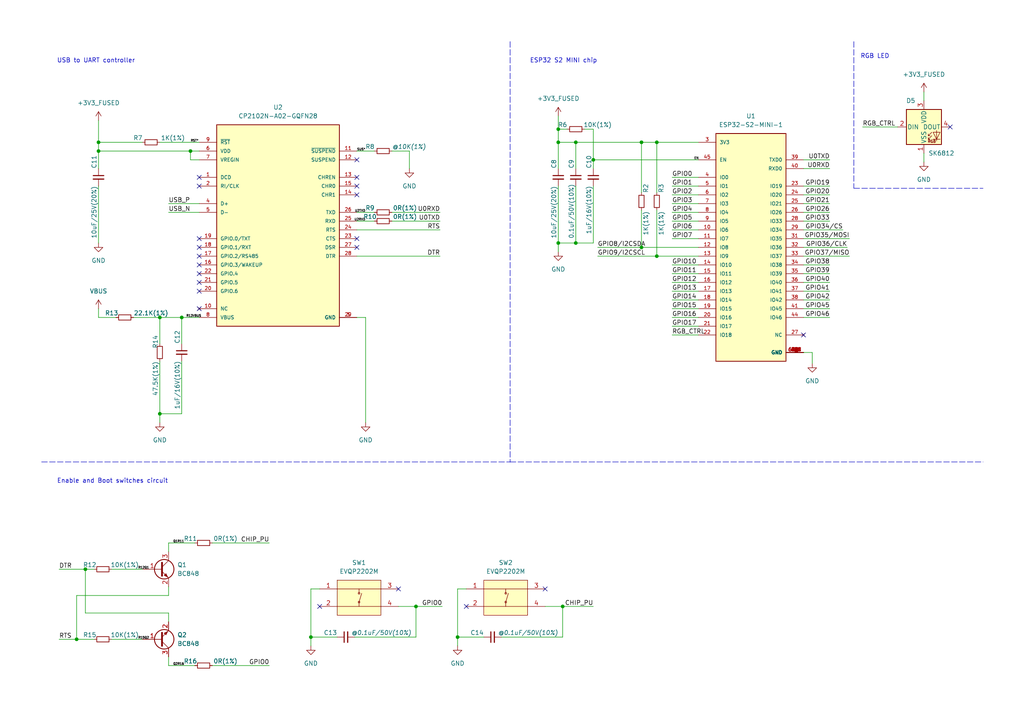
<source format=kicad_sch>
(kicad_sch (version 20211123) (generator eeschema)
  (paper "A4")
  (title_block (date "2024-01-29") (rev "0.1"))
  (lib_symbols
    (symbol "CP2102N-A02-GQFN28:CP2102N-A02-GQFN28" (pin_names (offset 1.016))
      (property "Reference" "U" (at -17.78 33.02 0))
      (property "Value" "CP2102N-A02-GQFN28" (at -17.78 -33.02 0))
      (symbol "CP2102N-A02-GQFN28_0_0"
        (rectangle (start -17.78 -27.94) (end 17.78 30.48) (stroke (width 0.254)) (fill (type background)))
        (pin input line (at -22.86 15.24 0) (length 5.08) (name "DCD") (number "1"))
        (pin no_connect line (at -22.86 -22.86 0) (length 5.08) (name "NC") (number "10"))
        (pin output line (at 22.86 22.86 180) (length 5.08) (name "~{SUSPEND}") (number "11"))
        (pin output line (at 22.86 20.32 180) (length 5.08) (name "SUSPEND") (number "12"))
        (pin output line (at 22.86 15.24 180) (length 5.08) (name "CHREN") (number "13"))
        (pin output line (at 22.86 10.16 180) (length 5.08) (name "CHR1") (number "14"))
        (pin output line (at 22.86 12.7 180) (length 5.08) (name "CHR0") (number "15"))
        (pin bidirectional line (at -22.86 -10.16 0) (length 5.08) (name "GPIO.3/WAKEUP") (number "16"))
        (pin bidirectional line (at -22.86 -7.62 0) (length 5.08) (name "GPIO.2/RS485") (number "17"))
        (pin bidirectional line (at -22.86 -5.08 0) (length 5.08) (name "GPIO.1/RXT") (number "18"))
        (pin bidirectional line (at -22.86 -2.54 0) (length 5.08) (name "GPIO.0/TXT") (number "19"))
        (pin bidirectional line (at -22.86 12.7 0) (length 5.08) (name "RI/CLK") (number "2"))
        (pin bidirectional line (at -22.86 -17.78 0) (length 5.08) (name "GPIO.6") (number "20"))
        (pin bidirectional line (at -22.86 -15.24 0) (length 5.08) (name "GPIO.5") (number "21"))
        (pin bidirectional line (at -22.86 -12.7 0) (length 5.08) (name "GPIO.4") (number "22"))
        (pin input line (at 22.86 -2.54 180) (length 5.08) (name "CTS") (number "23"))
        (pin output line (at 22.86 0 180) (length 5.08) (name "RTS") (number "24"))
        (pin input line (at 22.86 2.54 180) (length 5.08) (name "RXD") (number "25"))
        (pin output line (at 22.86 5.08 180) (length 5.08) (name "TXD") (number "26"))
        (pin input line (at 22.86 -5.08 180) (length 5.08) (name "DSR") (number "27"))
        (pin output line (at 22.86 -7.62 180) (length 5.08) (name "DTR") (number "28"))
        (pin power_in line (at 22.86 -25.4 180) (length 5.08) (name "GND") (number "29"))
        (pin power_in line (at 22.86 -25.4 180) (length 5.08) (name "GND") (number "3"))
        (pin bidirectional line (at -22.86 7.62 0) (length 5.08) (name "D+") (number "4"))
        (pin bidirectional line (at -22.86 5.08 0) (length 5.08) (name "D-") (number "5"))
        (pin power_in line (at -22.86 22.86 0) (length 5.08) (name "VDD") (number "6"))
        (pin input line (at -22.86 20.32 0) (length 5.08) (name "VREGIN") (number "7"))
        (pin input line (at -22.86 -25.4 0) (length 5.08) (name "VBUS") (number "8"))
        (pin input line (at -22.86 25.4 0) (length 5.08) (name "~{RST}") (number "9"))
      )
    )
    (symbol "Device:C_Small" (pin_numbers hide) (pin_names (offset 0.254) hide)
      (property "Reference" "C" (at 0.254 1.778 0))
      (property "Value" "C_Small" (at 0.254 -2.032 0))
      (symbol "C_Small_0_1"
        (polyline (pts (xy -1.524 -0.508) (xy 1.524 -0.508)) (stroke (width 0.3302)))
        (polyline (pts (xy -1.524 0.508) (xy 1.524 0.508)) (stroke (width 0.3048)))
      )
      (symbol "C_Small_1_1"
        (pin passive line (at 0 2.54 270) (length 2.032) (name "~") (number "1"))
        (pin passive line (at 0 -2.54 90) (length 2.032) (name "~") (number "2"))
      )
    )
    (symbol "Device:R_Small" (pin_numbers hide) (pin_names (offset 0.254) hide)
      (property "Reference" "R" (at 0.762 0.508 0))
      (property "Value" "R_Small" (at 0.762 -1.016 0))
      (symbol "R_Small_0_1"
        (rectangle (start -0.762 1.778) (end 0.762 -1.778) (stroke (width 0.2032)))
      )
      (symbol "R_Small_1_1"
        (pin passive line (at 0 2.54 270) (length 0.762) (name "~") (number "1"))
        (pin passive line (at 0 -2.54 90) (length 0.762) (name "~") (number "2"))
      )
    )
    (symbol "ESP32-S2-MINI-1:ESP32-S2-MINI-1" (pin_names (offset 1.016))
      (property "Reference" "U" (at -10.16 33.909 0))
      (property "Value" "ESP32-S2-MINI-1" (at -10.16 -35.56 0))
      (symbol "ESP32-S2-MINI-1_0_0"
        (rectangle (start -10.16 -33.02) (end 10.16 33.02) (stroke (width 0.254)) (fill (type background)))
        (pin power_in line (at 15.24 -30.48 180) (length 5.08) (name "GND") (number "1"))
        (pin bidirectional line (at -15.24 5.08 0) (length 5.08) (name "IO6") (number "10"))
        (pin bidirectional line (at -15.24 2.54 0) (length 5.08) (name "IO7") (number "11"))
        (pin bidirectional line (at -15.24 0 0) (length 5.08) (name "IO8") (number "12"))
        (pin bidirectional line (at -15.24 -2.54 0) (length 5.08) (name "IO9") (number "13"))
        (pin bidirectional line (at -15.24 -5.08 0) (length 5.08) (name "IO10") (number "14"))
        (pin bidirectional line (at -15.24 -7.62 0) (length 5.08) (name "IO11") (number "15"))
        (pin bidirectional line (at -15.24 -10.16 0) (length 5.08) (name "IO12") (number "16"))
        (pin bidirectional line (at -15.24 -12.7 0) (length 5.08) (name "IO13") (number "17"))
        (pin bidirectional line (at -15.24 -15.24 0) (length 5.08) (name "IO14") (number "18"))
        (pin bidirectional line (at -15.24 -17.78 0) (length 5.08) (name "IO15") (number "19"))
        (pin power_in line (at 15.24 -30.48 180) (length 5.08) (name "GND") (number "2"))
        (pin bidirectional line (at -15.24 -20.32 0) (length 5.08) (name "IO16") (number "20"))
        (pin bidirectional line (at -15.24 -22.86 0) (length 5.08) (name "IO17") (number "21"))
        (pin bidirectional line (at -15.24 -25.4 0) (length 5.08) (name "IO18") (number "22"))
        (pin bidirectional line (at 15.24 17.78 180) (length 5.08) (name "IO19") (number "23"))
        (pin bidirectional line (at 15.24 15.24 180) (length 5.08) (name "IO20") (number "24"))
        (pin bidirectional line (at 15.24 12.7 180) (length 5.08) (name "IO21") (number "25"))
        (pin bidirectional line (at 15.24 10.16 180) (length 5.08) (name "IO26") (number "26"))
        (pin no_connect line (at 15.24 -25.4 180) (length 5.08) (name "NC") (number "27"))
        (pin bidirectional line (at 15.24 7.62 180) (length 5.08) (name "IO33") (number "28"))
        (pin bidirectional line (at 15.24 5.08 180) (length 5.08) (name "IO34") (number "29"))
        (pin power_in line (at -15.24 30.48 0) (length 5.08) (name "3V3") (number "3"))
        (pin power_in line (at 15.24 -30.48 180) (length 5.08) (name "GND") (number "30"))
        (pin bidirectional line (at 15.24 2.54 180) (length 5.08) (name "IO35") (number "31"))
        (pin bidirectional line (at 15.24 0 180) (length 5.08) (name "IO36") (number "32"))
        (pin bidirectional line (at 15.24 -2.54 180) (length 5.08) (name "IO37") (number "33"))
        (pin bidirectional line (at 15.24 -5.08 180) (length 5.08) (name "IO38") (number "34"))
        (pin bidirectional line (at 15.24 -7.62 180) (length 5.08) (name "IO39") (number "35"))
        (pin bidirectional line (at 15.24 -10.16 180) (length 5.08) (name "IO40") (number "36"))
        (pin bidirectional line (at 15.24 -12.7 180) (length 5.08) (name "IO41") (number "37"))
        (pin bidirectional line (at 15.24 -15.24 180) (length 5.08) (name "IO42") (number "38"))
        (pin bidirectional line (at 15.24 25.4 180) (length 5.08) (name "TXD0") (number "39"))
        (pin bidirectional line (at -15.24 20.32 0) (length 5.08) (name "IO0") (number "4"))
        (pin bidirectional line (at 15.24 22.86 180) (length 5.08) (name "RXD0") (number "40"))
        (pin bidirectional line (at 15.24 -17.78 180) (length 5.08) (name "IO45") (number "41"))
        (pin power_in line (at 15.24 -30.48 180) (length 5.08) (name "GND") (number "42"))
        (pin power_in line (at 15.24 -30.48 180) (length 5.08) (name "GND") (number "43"))
        (pin input line (at 15.24 -20.32 180) (length 5.08) (name "IO46") (number "44"))
        (pin input line (at -15.24 25.4 0) (length 5.08) (name "EN") (number "45"))
        (pin power_in line (at 15.24 -30.48 180) (length 5.08) (name "GND") (number "46"))
        (pin power_in line (at 15.24 -30.48 180) (length 5.08) (name "GND") (number "47"))
        (pin power_in line (at 15.24 -30.48 180) (length 5.08) (name "GND") (number "48"))
        (pin power_in line (at 15.24 -30.48 180) (length 5.08) (name "GND") (number "49"))
        (pin bidirectional line (at -15.24 17.78 0) (length 5.08) (name "IO1") (number "5"))
        (pin power_in line (at 15.24 -30.48 180) (length 5.08) (name "GND") (number "50"))
        (pin power_in line (at 15.24 -30.48 180) (length 5.08) (name "GND") (number "51"))
        (pin power_in line (at 15.24 -30.48 180) (length 5.08) (name "GND") (number "52"))
        (pin power_in line (at 15.24 -30.48 180) (length 5.08) (name "GND") (number "53"))
        (pin power_in line (at 15.24 -30.48 180) (length 5.08) (name "GND") (number "54"))
        (pin power_in line (at 15.24 -30.48 180) (length 5.08) (name "GND") (number "55"))
        (pin power_in line (at 15.24 -30.48 180) (length 5.08) (name "GND") (number "56"))
        (pin power_in line (at 15.24 -30.48 180) (length 5.08) (name "GND") (number "57"))
        (pin power_in line (at 15.24 -30.48 180) (length 5.08) (name "GND") (number "58"))
        (pin power_in line (at 15.24 -30.48 180) (length 5.08) (name "GND") (number "59"))
        (pin bidirectional line (at -15.24 15.24 0) (length 5.08) (name "IO2") (number "6"))
        (pin power_in line (at 15.24 -30.48 180) (length 5.08) (name "GND") (number "60"))
        (pin power_in line (at 15.24 -30.48 180) (length 5.08) (name "GND") (number "61"))
        (pin power_in line (at 15.24 -30.48 180) (length 5.08) (name "GND") (number "61_1"))
        (pin power_in line (at 15.24 -30.48 180) (length 5.08) (name "GND") (number "61_2"))
        (pin power_in line (at 15.24 -30.48 180) (length 5.08) (name "GND") (number "61_3"))
        (pin power_in line (at 15.24 -30.48 180) (length 5.08) (name "GND") (number "61_4"))
        (pin power_in line (at 15.24 -30.48 180) (length 5.08) (name "GND") (number "61_5"))
        (pin power_in line (at 15.24 -30.48 180) (length 5.08) (name "GND") (number "61_6"))
        (pin power_in line (at 15.24 -30.48 180) (length 5.08) (name "GND") (number "61_7"))
        (pin power_in line (at 15.24 -30.48 180) (length 5.08) (name "GND") (number "61_8"))
        (pin power_in line (at 15.24 -30.48 180) (length 5.08) (name "GND") (number "62"))
        (pin power_in line (at 15.24 -30.48 180) (length 5.08) (name "GND") (number "63"))
        (pin power_in line (at 15.24 -30.48 180) (length 5.08) (name "GND") (number "64"))
        (pin power_in line (at 15.24 -30.48 180) (length 5.08) (name "GND") (number "65"))
        (pin bidirectional line (at -15.24 12.7 0) (length 5.08) (name "IO3") (number "7"))
        (pin bidirectional line (at -15.24 10.16 0) (length 5.08) (name "IO4") (number "8"))
        (pin bidirectional line (at -15.24 7.62 0) (length 5.08) (name "IO5") (number "9"))
      )
    )
    (symbol "EVQP2202M_1"
      (property "Reference" "SW" (at 5.334 7.112 0))
      (property "Value" "EVQP2202M_1" (at 5.334 5.334 0))
      (symbol "EVQP2202M_1_0_1"
        (polyline (pts (xy 0 -5.08) (xy 12.7 -5.08)))
        (polyline (pts (xy 0 0) (xy 12.7 0)))
        (polyline (pts (xy 6.35 -5.08) (xy 6.35 -3.81)))
        (polyline (pts (xy 6.35 -3.81) (xy 7.112 -1.27)))
        (polyline (pts (xy 6.35 0) (xy 6.35 -1.27)))
        (rectangle (start 0 2.54) (end 12.7 -7.62) (fill (type background)))
        (circle (center 6.35 -3.81) (radius 0.254))
        (circle (center 6.35 -1.27) (radius 0.254))
      )
      (symbol "EVQP2202M_1_1_1"
        (pin bidirectional line (at -5.08 0 0) (length 5.08) (name "") (number "1"))
        (pin bidirectional line (at -5.08 -5.08 0) (length 5.08) (name "") (number "2"))
        (pin bidirectional line (at 17.78 0 180) (length 5.08) (name "") (number "3"))
        (pin bidirectional line (at 17.78 -5.08 180) (length 5.08) (name "") (number "4"))
      )
    )
    (symbol "LED:SK6812" (pin_names (offset 0.254))
      (property "Reference" "D" (at 5.08 5.715 0))
      (property "Value" "SK6812" (at 1.27 -5.715 0))
      (symbol "SK6812_0_0"
        (text "RGB" (at 2.286 -4.191 0) (effects (font (size 0.762 0.762))))
      )
      (symbol "SK6812_0_1"
        (polyline (pts (xy 1.27 -3.556) (xy 1.778 -3.556)))
        (polyline (pts (xy 1.27 -2.54) (xy 1.778 -2.54)))
        (polyline (pts (xy 4.699 -3.556) (xy 2.667 -3.556)))
        (polyline (pts (xy 2.286 -2.54) (xy 1.27 -3.556) (xy 1.27 -3.048)))
        (polyline (pts (xy 2.286 -1.524) (xy 1.27 -2.54) (xy 1.27 -2.032)))
        (polyline (pts (xy 3.683 -1.016) (xy 3.683 -3.556) (xy 3.683 -4.064)))
        (polyline (pts (xy 4.699 -1.524) (xy 2.667 -1.524) (xy 3.683 -3.556) (xy 4.699 -1.524)))
        (rectangle (start 5.08 5.08) (end -5.08 -5.08) (stroke (width 0.254)) (fill (type background)))
      )
      (symbol "SK6812_1_1"
        (pin power_in line (at 0 -7.62 90) (length 2.54) (name "VSS") (number "1"))
        (pin input line (at -7.62 0 0) (length 2.54) (name "DIN") (number "2"))
        (pin power_in line (at 0 7.62 270) (length 2.54) (name "VDD") (number "3"))
        (pin output line (at 7.62 0 180) (length 2.54) (name "DOUT") (number "4"))
      )
    )
    (symbol "POWER:+3V3_FUSED" (power) (in_bom no) (on_board no)
      (property "Value" "+3V3_FUSED" (at 0 5.08 0))
      (symbol "+3V3_FUSED_0_1"
        (polyline (pts (xy -0.762 1.27) (xy 0 2.54)))
        (polyline (pts (xy 0 0) (xy 0 2.54)))
        (polyline (pts (xy 0 2.54) (xy 0.762 1.27)))
      )
      (symbol "+3V3_FUSED_1_1"
        (pin power_in line (at 0 0 90) (length 0) hide (name "+3V3_FUSED") (number "1"))
      )
    )
    (symbol "TACT_EVQP2202M:EVQP2202M"
      (property "Reference" "SW" (at 5.334 7.112 0))
      (property "Value" "EVQP2202M" (at 5.334 5.334 0))
      (symbol "EVQP2202M_0_1"
        (polyline (pts (xy 0 -5.08) (xy 12.7 -5.08)))
        (polyline (pts (xy 0 0) (xy 12.7 0)))
        (polyline (pts (xy 6.35 -5.08) (xy 6.35 -3.81)))
        (polyline (pts (xy 6.35 -3.81) (xy 7.112 -1.27)))
        (polyline (pts (xy 6.35 0) (xy 6.35 -1.27)))
        (rectangle (start 0 2.54) (end 12.7 -7.62) (fill (type background)))
        (circle (center 6.35 -3.81) (radius 0.254))
        (circle (center 6.35 -1.27) (radius 0.254))
      )
      (symbol "EVQP2202M_1_1"
        (pin bidirectional line (at -5.08 0 0) (length 5.08) (name "") (number "1"))
        (pin bidirectional line (at -5.08 -5.08 0) (length 5.08) (name "") (number "2"))
        (pin bidirectional line (at 17.78 0 180) (length 5.08) (name "") (number "3"))
        (pin bidirectional line (at 17.78 -5.08 180) (length 5.08) (name "") (number "4"))
      )
    )
    (symbol "Transistor_BJT:BC848" (pin_names (offset 0) hide)
      (property "Reference" "Q" (at 5.08 1.905 0))
      (property "Value" "BC848" (at 5.08 0 0))
      (symbol "BC848_0_1"
        (polyline (pts (xy 0.635 0.635) (xy 2.54 2.54)))
        (polyline (pts (xy 0.635 -0.635) (xy 2.54 -2.54) (xy 2.54 -2.54)))
        (polyline (pts (xy 0.635 1.905) (xy 0.635 -1.905) (xy 0.635 -1.905)) (stroke (width 0.508)))
        (polyline (pts (xy 1.27 -1.778) (xy 1.778 -1.27) (xy 2.286 -2.286) (xy 1.27 -1.778) (xy 1.27 -1.778)) (fill (type outline)))
        (circle (center 1.27 0) (radius 2.8194) (stroke (width 0.254)))
      )
      (symbol "BC848_1_1"
        (pin input line (at -5.08 0 0) (length 5.715) (name "B") (number "1"))
        (pin passive line (at 2.54 -5.08 90) (length 2.54) (name "E") (number "2"))
        (pin passive line (at 2.54 5.08 270) (length 2.54) (name "C") (number "3"))
      )
    )
    (symbol "power:GND" (power) (pin_names (offset 0))
      (property "Value" "GND" (at 0 -3.81 0))
      (symbol "GND_0_1"
        (polyline (pts (xy 0 0) (xy 0 -1.27) (xy 1.27 -1.27) (xy 0 -2.54) (xy -1.27 -1.27) (xy 0 -1.27)))
      )
      (symbol "GND_1_1"
        (pin power_in line (at 0 0 270) (length 0) hide (name "GND") (number "1"))
      )
    )
    (symbol "power:VBUS" (power) (pin_names (offset 0))
      (property "Value" "VBUS" (at 0 3.81 0))
      (symbol "VBUS_0_1"
        (polyline (pts (xy -0.762 1.27) (xy 0 2.54)))
        (polyline (pts (xy 0 0) (xy 0 2.54)))
        (polyline (pts (xy 0 2.54) (xy 0.762 1.27)))
      )
      (symbol "VBUS_1_1"
        (pin power_in line (at 0 0 90) (length 0) hide (name "VBUS") (number "1"))
      )
    )
  )
  (junction (at 52.705 92.075))
  (junction (at 161.925 37.465))
  (junction (at 186.055 71.755))
  (junction (at 167.005 41.275))
  (junction (at 163.195 175.895))
  (junction (at 28.575 43.815))
  (junction (at 190.5 74.295))
  (junction (at 55.245 43.815))
  (junction (at 24.765 165.1))
  (junction (at 28.575 41.275))
  (junction (at 167.005 70.485))
  (junction (at 46.355 92.075))
  (junction (at 90.17 184.785))
  (junction (at 161.925 70.485))
  (junction (at 172.085 46.355))
  (junction (at 46.355 120.015))
  (junction (at 132.715 184.785))
  (junction (at 120.65 175.895))
  (junction (at 22.225 185.42))
  (junction (at 161.925 41.275))
  (junction (at 186.055 41.275))
  (junction (at 190.5 41.275))
  (no_connect (at 57.785 71.755))
  (no_connect (at 158.115 170.815))
  (no_connect (at 103.505 56.515))
  (no_connect (at 57.785 51.435))
  (no_connect (at 57.785 89.535))
  (no_connect (at 57.785 76.835))
  (no_connect (at 103.505 51.435))
  (no_connect (at 92.71 175.895))
  (no_connect (at 103.505 69.215))
  (no_connect (at 57.785 84.455))
  (no_connect (at 115.57 170.815))
  (no_connect (at 103.505 53.975))
  (no_connect (at 275.59 36.83))
  (no_connect (at 57.785 53.975))
  (no_connect (at 57.785 69.215))
  (no_connect (at 57.785 79.375))
  (no_connect (at 103.505 46.355))
  (no_connect (at 57.785 74.295))
  (no_connect (at 135.255 175.895))
  (no_connect (at 233.045 97.155))
  (no_connect (at 103.505 71.755))
  (no_connect (at 57.785 81.915))
  (wire (pts (xy 118.745 43.815) (xy 118.745 48.895)))
  (wire (pts (xy 172.085 70.485) (xy 167.005 70.485)))
  (wire (pts (xy 172.085 53.975) (xy 172.085 70.485)))
  (wire (pts (xy 32.385 165.1) (xy 41.275 165.1)))
  (wire (pts (xy 233.045 79.375) (xy 240.665 79.375)))
  (wire (pts (xy 233.045 53.975) (xy 240.665 53.975)))
  (wire (pts (xy 46.355 41.275) (xy 57.785 41.275)))
  (wire (pts (xy 48.895 177.8) (xy 24.765 177.8)))
  (wire (pts (xy 233.045 69.215) (xy 246.38 69.215)))
  (wire (pts (xy 233.045 46.355) (xy 240.665 46.355)))
  (wire (pts (xy 190.5 74.295) (xy 202.565 74.295)))
  (wire (pts (xy 48.895 170.18) (xy 48.895 172.72)))
  (wire (pts (xy 233.045 48.895) (xy 240.665 48.895)))
  (wire (pts (xy 115.57 175.895) (xy 120.65 175.895)))
  (wire (pts (xy 48.895 190.5) (xy 48.895 193.04)))
  (wire (pts (xy 233.045 71.755) (xy 245.745 71.755)))
  (wire (pts (xy 194.945 76.835) (xy 202.565 76.835)))
  (wire (pts (xy 102.87 184.785) (xy 120.65 184.785)))
  (wire (pts (xy 48.895 160.02) (xy 48.895 157.48)))
  (wire (pts (xy 194.945 92.075) (xy 202.565 92.075)))
  (wire (pts (xy 267.97 26.67) (xy 267.97 29.21)))
  (wire (pts (xy 108.585 43.815) (xy 103.505 43.815)))
  (wire (pts (xy 194.945 89.535) (xy 202.565 89.535)))
  (wire (pts (xy 103.505 74.295) (xy 127.635 74.295)))
  (wire (pts (xy 92.71 170.815) (xy 90.17 170.815)))
  (wire (pts (xy 90.17 184.785) (xy 97.79 184.785)))
  (wire (pts (xy 190.5 41.275) (xy 190.5 55.88)))
  (wire (pts (xy 161.925 37.465) (xy 161.925 33.655)))
  (wire (pts (xy 233.045 84.455) (xy 240.665 84.455)))
  (wire (pts (xy 48.895 193.04) (xy 56.515 193.04)))
  (wire (pts (xy 186.055 41.275) (xy 190.5 41.275)))
  (wire (pts (xy 132.715 170.815) (xy 135.255 170.815)))
  (wire (pts (xy 194.945 81.915) (xy 202.565 81.915)))
  (wire (pts (xy 233.045 76.835) (xy 240.665 76.835)))
  (wire (pts (xy 46.355 99.695) (xy 46.355 92.075)))
  (wire (pts (xy 190.5 60.96) (xy 190.5 74.295)))
  (wire (pts (xy 158.115 175.895) (xy 163.195 175.895)))
  (wire (pts (xy 22.225 172.72) (xy 22.225 185.42)))
  (wire (pts (xy 17.145 165.1) (xy 24.765 165.1)))
  (wire (pts (xy 194.945 84.455) (xy 202.565 84.455)))
  (wire (pts (xy 57.785 43.815) (xy 55.245 43.815)))
  (wire (pts (xy 233.045 56.515) (xy 240.665 56.515)))
  (wire (pts (xy 233.045 92.075) (xy 240.665 92.075)))
  (wire (pts (xy 55.245 43.815) (xy 55.245 46.355)))
  (wire (pts (xy 194.945 86.995) (xy 202.565 86.995)))
  (wire (pts (xy 194.945 66.675) (xy 202.565 66.675)))
  (wire (pts (xy 52.705 120.015) (xy 46.355 120.015)))
  (wire (pts (xy 106.045 92.075) (xy 103.505 92.075)))
  (wire (pts (xy 167.005 41.275) (xy 161.925 41.275)))
  (polyline (pts (xy 12.065 133.985) (xy 147.955 133.985)))
  (wire (pts (xy 48.895 180.34) (xy 48.895 177.8)))
  (wire (pts (xy 194.945 51.435) (xy 202.565 51.435)))
  (wire (pts (xy 22.225 185.42) (xy 27.305 185.42)))
  (wire (pts (xy 194.945 59.055) (xy 202.565 59.055)))
  (wire (pts (xy 233.045 86.995) (xy 240.665 86.995)))
  (wire (pts (xy 167.005 41.275) (xy 167.005 48.895)))
  (wire (pts (xy 233.045 59.055) (xy 240.665 59.055)))
  (wire (pts (xy 46.355 120.015) (xy 46.355 122.555)))
  (wire (pts (xy 103.505 66.675) (xy 127.635 66.675)))
  (wire (pts (xy 33.655 92.075) (xy 28.575 92.075)))
  (wire (pts (xy 194.945 53.975) (xy 202.565 53.975)))
  (wire (pts (xy 161.925 70.485) (xy 161.925 73.025)))
  (wire (pts (xy 52.705 92.075) (xy 57.785 92.075)))
  (wire (pts (xy 250.19 36.83) (xy 260.35 36.83)))
  (wire (pts (xy 161.925 41.275) (xy 161.925 48.895)))
  (wire (pts (xy 28.575 41.275) (xy 41.275 41.275)))
  (wire (pts (xy 48.895 157.48) (xy 56.515 157.48)))
  (wire (pts (xy 172.085 46.355) (xy 202.565 46.355)))
  (wire (pts (xy 167.005 53.975) (xy 167.005 70.485)))
  (wire (pts (xy 132.715 170.815) (xy 132.715 184.785)))
  (wire (pts (xy 103.505 61.595) (xy 108.585 61.595)))
  (wire (pts (xy 28.575 70.485) (xy 28.575 53.975)))
  (wire (pts (xy 113.665 64.135) (xy 127.635 64.135)))
  (wire (pts (xy 57.785 46.355) (xy 55.245 46.355)))
  (wire (pts (xy 132.715 184.785) (xy 140.335 184.785)))
  (wire (pts (xy 28.575 43.815) (xy 28.575 48.895)))
  (wire (pts (xy 233.045 89.535) (xy 240.665 89.535)))
  (polyline (pts (xy 247.65 12.065) (xy 247.65 54.61)))
  (wire (pts (xy 161.925 53.975) (xy 161.925 70.485)))
  (wire (pts (xy 233.045 102.235) (xy 235.585 102.235)))
  (wire (pts (xy 186.055 71.755) (xy 202.565 71.755)))
  (wire (pts (xy 163.195 175.895) (xy 172.085 175.895)))
  (wire (pts (xy 113.665 61.595) (xy 127.635 61.595)))
  (wire (pts (xy 235.585 102.235) (xy 235.585 105.41)))
  (wire (pts (xy 194.945 79.375) (xy 202.565 79.375)))
  (wire (pts (xy 233.045 61.595) (xy 240.665 61.595)))
  (wire (pts (xy 172.085 37.465) (xy 172.085 46.355)))
  (wire (pts (xy 161.925 41.275) (xy 161.925 37.465)))
  (wire (pts (xy 24.765 165.1) (xy 24.765 177.8)))
  (wire (pts (xy 28.575 43.815) (xy 55.245 43.815)))
  (wire (pts (xy 163.195 184.785) (xy 163.195 175.895)))
  (wire (pts (xy 32.385 185.42) (xy 41.275 185.42)))
  (wire (pts (xy 120.65 175.895) (xy 128.27 175.895)))
  (wire (pts (xy 48.895 172.72) (xy 22.225 172.72)))
  (wire (pts (xy 194.945 94.615) (xy 202.565 94.615)))
  (wire (pts (xy 28.575 41.275) (xy 28.575 43.815)))
  (wire (pts (xy 52.705 104.775) (xy 52.705 120.015)))
  (wire (pts (xy 233.045 66.675) (xy 244.475 66.675)))
  (wire (pts (xy 173.355 74.295) (xy 190.5 74.295)))
  (wire (pts (xy 267.97 46.99) (xy 267.97 44.45)))
  (wire (pts (xy 173.355 71.755) (xy 186.055 71.755)))
  (wire (pts (xy 46.355 92.075) (xy 52.705 92.075)))
  (wire (pts (xy 145.415 184.785) (xy 163.195 184.785)))
  (wire (pts (xy 233.045 74.295) (xy 246.38 74.295)))
  (wire (pts (xy 161.925 70.485) (xy 167.005 70.485)))
  (wire (pts (xy 17.145 185.42) (xy 22.225 185.42)))
  (wire (pts (xy 194.945 64.135) (xy 202.565 64.135)))
  (wire (pts (xy 48.895 61.595) (xy 57.785 61.595)))
  (wire (pts (xy 194.945 97.155) (xy 202.565 97.155)))
  (wire (pts (xy 186.055 60.96) (xy 186.055 71.755)))
  (wire (pts (xy 106.045 122.555) (xy 106.045 92.075)))
  (wire (pts (xy 48.895 59.055) (xy 57.785 59.055)))
  (wire (pts (xy 52.705 92.075) (xy 52.705 99.695)))
  (wire (pts (xy 190.5 41.275) (xy 202.565 41.275)))
  (polyline (pts (xy 147.955 12.065) (xy 147.955 133.985)))
  (wire (pts (xy 132.715 184.785) (xy 132.715 187.325)))
  (wire (pts (xy 61.595 157.48) (xy 78.105 157.48)))
  (wire (pts (xy 194.945 56.515) (xy 202.565 56.515)))
  (wire (pts (xy 169.545 37.465) (xy 172.085 37.465)))
  (wire (pts (xy 103.505 64.135) (xy 108.585 64.135)))
  (wire (pts (xy 113.665 43.815) (xy 118.745 43.815)))
  (wire (pts (xy 38.735 92.075) (xy 46.355 92.075)))
  (polyline (pts (xy 247.65 54.61) (xy 285.115 54.61)))
  (wire (pts (xy 90.17 184.785) (xy 90.17 187.325)))
  (wire (pts (xy 194.945 61.595) (xy 202.565 61.595)))
  (wire (pts (xy 24.765 165.1) (xy 27.305 165.1)))
  (wire (pts (xy 186.055 41.275) (xy 186.055 55.88)))
  (wire (pts (xy 161.925 37.465) (xy 164.465 37.465)))
  (wire (pts (xy 90.17 170.815) (xy 90.17 184.785)))
  (wire (pts (xy 61.595 193.04) (xy 78.105 193.04)))
  (wire (pts (xy 233.045 81.915) (xy 240.665 81.915)))
  (polyline (pts (xy 147.955 133.985) (xy 285.115 133.985)))
  (wire (pts (xy 233.045 64.135) (xy 240.665 64.135)))
  (wire (pts (xy 172.085 46.355) (xy 172.085 48.895)))
  (wire (pts (xy 120.65 184.785) (xy 120.65 175.895)))
  (wire (pts (xy 28.575 92.075) (xy 28.575 89.535)))
  (wire (pts (xy 28.575 34.925) (xy 28.575 41.275)))
  (wire (pts (xy 46.355 104.775) (xy 46.355 120.015)))
  (wire (pts (xy 194.945 69.215) (xy 202.565 69.215)))
  (wire (pts (xy 167.005 41.275) (xy 186.055 41.275)))
  (text "Enable and Boot switches circuit" (at 16.51 140.335 0) (effects (font (size 1.27 1.27)) (justify left bottom)))
  (text "RGB LED" (at 249.555 17.145 0) (effects (font (size 1.27 1.27)) (justify left bottom)))
  (text "USB to UART controller" (at 16.51 18.415 0) (effects (font (size 1.27 1.27)) (justify left bottom)))
  (text "ESP32 S2 MINI chip" (at 153.67 18.415 0) (effects (font (size 1.27 1.27)) (justify left bottom)))
  (label "GPIO21" (at 240.665 59.055 180))
  (label "GPIO35{slash}MOSI" (at 246.38 69.215 180))
  (label "GPIO41" (at 240.665 84.455 180))
  (label "GPIO37{slash}MISO" (at 246.38 74.295 180))
  (label "GPIO5" (at 194.945 64.135 0))
  (label "EN" (at 201.295 46.355 0) (effects (font (size 0.63 0.63))))
  (label "GPIO39" (at 240.665 79.375 180))
  (label "GPIO17" (at 194.945 94.615 0))
  (label "GPIO13" (at 194.945 84.455 0))
  (label "GPIO2" (at 194.945 56.515 0))
  (label "USB_N" (at 48.895 61.595 0))
  (label "GPIO19" (at 240.665 53.975 180))
  (label "GPIO33" (at 240.665 64.135 180))
  (label "GPIO0" (at 194.945 51.435 0))
  (label "GPIO7" (at 194.945 69.215 0))
  (label "GPIO45" (at 240.665 89.535 180))
  (label "GPIO11" (at 194.945 79.375 0))
  (label "GPIO40" (at 240.665 81.915 180))
  (label "U0TXD" (at 240.665 46.355 180))
  (label "RGB_CTRL" (at 250.19 36.83 0))
  (label "Q1R11" (at 50.165 157.48 0) (effects (font (size 0.63 0.63))))
  (label "U0TXD" (at 127.635 64.135 180))
  (label "GPIO1" (at 194.945 53.975 0))
  (label "GPIO42" (at 240.665 86.995 180))
  (label "GPIO26" (at 240.665 61.595 180))
  (label "GPIO12" (at 194.945 81.915 0))
  (label "GPIO0" (at 128.27 175.895 180))
  (label "RTS" (at 127.635 66.675 180))
  (label "GPIO38" (at 240.665 76.835 180))
  (label "GPIO46" (at 240.665 92.075 180))
  (label "U0RXD" (at 127.635 61.595 180))
  (label "GPIO10" (at 194.945 76.835 0))
  (label "GPIO9{slash}I2CSCL" (at 173.355 74.295 0))
  (label "U2TXD" (at 106.045 61.595 180) (effects (font (size 0.63 0.63))))
  (label "RTS" (at 17.145 185.42 0))
  (label "RGB_CTRL" (at 194.945 97.155 0))
  (label "GPIO14" (at 194.945 86.995 0))
  (label "GPIO4" (at 194.945 61.595 0))
  (label "GPIO20" (at 240.665 56.515 180))
  (label "USB_P" (at 48.895 59.055 0))
  (label "SUS*" (at 106.045 43.815 180) (effects (font (size 0.63 0.63))))
  (label "GPIO15" (at 194.945 89.535 0))
  (label "U0RXD" (at 240.665 48.895 180))
  (label "GPIO8{slash}I2CSDA" (at 173.355 71.755 0))
  (label "U2RXD" (at 106.045 64.135 180) (effects (font (size 0.63 0.63))))
  (label "GPIO34{slash}CS" (at 244.475 66.675 180))
  (label "Q2R16" (at 50.165 193.04 0) (effects (font (size 0.63 0.63))))
  (label "CHIP_PU" (at 78.105 157.48 180))
  (label "GPIO0" (at 78.105 193.04 180))
  (label "GPIO6" (at 194.945 66.675 0))
  (label "DTR" (at 127.635 74.295 180))
  (label "R13VBUS" (at 53.975 92.075 0) (effects (font (size 0.63 0.63))))
  (label "GPIO36{slash}CLK" (at 245.745 71.755 180))
  (label "RST*" (at 55.245 41.275 0) (effects (font (size 0.63 0.63))))
  (label "GPIO3" (at 194.945 59.055 0))
  (label "GPIO16" (at 194.945 92.075 0))
  (label "R15Q2" (at 40.005 185.42 0) (effects (font (size 0.63 0.63))))
  (label "DTR" (at 17.145 165.1 0))
  (label "R12Q1" (at 40.005 165.1 0) (effects (font (size 0.63 0.63))))
  (label "CHIP_PU" (at 172.085 175.895 180))
  (symbol (lib_id "Device:C_Small") (at 172.085 51.435 0) (unit 1)
    (property "Reference" "C10" (at 170.815 48.895 90) (effects (justify left)))
    (property "Value" "1uF/16V(10%)" (at 170.815 67.945 90) (effects (justify left)))
    (property "Footprint" "Capacitor_SMD:C_0805_2012Metric" (effects hide))
  )
  (symbol (lib_id "Device:R_Small") (at 59.055 193.04 90) (unit 1)
    (property "Reference" "R16" (at 55.245 191.77 90))
    (property "Value" "0R(1%)" (at 65.405 191.77 90))
    (property "Footprint" "Resistor_SMD:R_0805_2012Metric" (effects hide))
  )
  (symbol (lib_id "Device:C_Small") (at 142.875 184.785 90) (unit 1)
    (property "Reference" "C14" (at 140.335 183.515 90) (effects (justify left)))
    (property "Value" "@0.1uF/50V(10%)" (at 161.925 183.515 90) (effects (font italic) (justify left)))
    (property "Footprint" "Capacitor_SMD:C_0805_2012Metric" (effects hide))
  )
  (symbol (lib_id "Device:R_Small") (at 29.845 185.42 90) (unit 1)
    (property "Reference" "R15" (at 26.035 184.15 90))
    (property "Value" "10K(1%)" (at 36.195 184.15 90))
    (property "Footprint" "Resistor_SMD:R_0805_2012Metric" (effects hide))
  )
  (symbol (lib_id "Transistor_BJT:BC848") (at 46.355 185.42 0) (mirror x) (unit 1)
    (property "Reference" "Q2" (at 51.435 184.1499 0) (effects (justify left)))
    (property "Value" "BC848" (at 51.435 186.6899 0) (effects (justify left)))
    (property "Footprint" "Package_TO_SOT_SMD:SOT-23" (effects hide))
    (property "Datasheet" "http://www.infineon.com/dgdl/Infineon-BC847SERIES_BC848SERIES_BC849SERIES_BC850SERIES-DS-v01_01-en.pdf?fileId=db3a304314dca389011541d4630a1657" (effects hide))
  )
  (symbol (lib_id "power:GND") (at 46.355 122.555 0) (unit 1)
    (property "Reference" "#PWR022" (effects hide))
    (property "Value" "GND" (at 46.355 127.635 0))
  )
  (symbol (lib_id "CP2102N-A02-GQFN28:CP2102N-A02-GQFN28") (at 80.645 66.675 0) (unit 1)
    (property "Reference" "U2" (at 80.645 31.115 0))
    (property "Value" "CP2102N-A02-GQFN28" (at 80.645 33.655 0))
    (property "Footprint" "CP2102N-A02-GQFN28:QFN50P500X500X80-29N" (effects hide))
    (property "MF" "Silicon Labs" (effects hide))
    (property "MAXIMUM_PACKAGE_HEIGHT" "0.8 mm" (effects hide))
    (property "Package" "WFQFN-28 Silicon Labs" (effects hide))
    (property "Price" "None" (effects hide))
    (property "Check_prices" "https://www.snapeda.com/parts/CP2102N-A02-GQFN28/Silicon+Labs/view-part/?ref=eda" (effects hide))
    (property "STANDARD" "IPC 7351B" (effects hide))
    (property "PARTREV" "1.5" (effects hide))
    (property "SnapEDA_Link" "https://www.snapeda.com/parts/CP2102N-A02-GQFN28/Silicon+Labs/view-part/?ref=snap" (effects hide))
    (property "MP" "CP2102N-A02-GQFN28" (effects hide))
    (property "Purchase-URL" "https://www.snapeda.com/api/url_track_click_mouser/?unipart_id=4872321&manufacturer=Silicon Labs&part_name=CP2102N-A02-GQFN28&search_term=None" (effects hide))
    (property "Description" "\nUSB Bridge, USB to UART USB 2.0 UART Interface 28-QFN (5x5)\n" (effects hide))
    (property "Availability" "In Stock" (effects hide))
    (property "MANUFACTURER" "Silicon Labs" (effects hide))
  )
  (symbol (lib_id "Device:R_Small") (at 111.125 61.595 90) (unit 1)
    (property "Reference" "R9" (at 107.315 60.325 90))
    (property "Value" "0R(1%)" (at 117.475 60.325 90))
    (property "Footprint" "Resistor_SMD:R_0805_2012Metric" (effects hide))
  )
  (symbol (lib_id "power:GND") (at 132.715 187.325 0) (unit 1)
    (property "Reference" "#PWR025" (effects hide))
    (property "Value" "GND" (at 132.715 192.405 0))
  )
  (symbol (lib_id "Device:R_Small") (at 59.055 157.48 90) (unit 1)
    (property "Reference" "R11" (at 55.245 156.21 90))
    (property "Value" "0R(1%)" (at 65.405 156.21 90))
    (property "Footprint" "Resistor_SMD:R_0805_2012Metric" (effects hide))
  )
  (symbol (lib_id "POWER:+3V3_FUSED") (at 267.97 26.67 0) (unit 1) (in_bom no) (on_board no)
    (property "Reference" "#PWR034" (effects hide))
    (property "Value" "+3V3_FUSED" (at 267.97 21.59 0))
  )
  (symbol (lib_id "POWER:+3V3_FUSED") (at 161.925 33.655 0) (unit 1) (in_bom no) (on_board no)
    (property "Reference" "#PWR036" (effects hide))
    (property "Value" "+3V3_FUSED" (at 161.925 28.575 0))
  )
  (symbol (lib_id "Device:C_Small") (at 52.705 102.235 0) (unit 1)
    (property "Reference" "C12" (at 51.435 99.695 90) (effects (justify left)))
    (property "Value" "1uF/16V(10%)" (at 51.435 118.745 90) (effects (justify left)))
    (property "Footprint" "Capacitor_SMD:C_0805_2012Metric" (effects hide))
  )
  (symbol (lib_id "Device:R_Small") (at 29.845 165.1 90) (unit 1)
    (property "Reference" "R12" (at 26.035 163.83 90))
    (property "Value" "10K(1%)" (at 36.195 163.83 90))
    (property "Footprint" "Resistor_SMD:R_0805_2012Metric" (effects hide))
  )
  (symbol (lib_id "Device:C_Small") (at 167.005 51.435 0) (unit 1)
    (property "Reference" "C9" (at 165.735 48.895 90) (effects (justify left)))
    (property "Value" "0.1uF/50V(10%)" (at 165.735 69.215 90) (effects (justify left)))
    (property "Footprint" "Capacitor_SMD:C_0805_2012Metric" (effects hide))
  )
  (symbol (lib_id "Device:R_Small") (at 111.125 64.135 90) (unit 1)
    (property "Reference" "R10" (at 107.315 62.865 90))
    (property "Value" "0R(1%)" (at 117.475 62.865 90))
    (property "Footprint" "Resistor_SMD:R_0805_2012Metric" (effects hide))
  )
  (symbol (lib_id "Device:R_Small") (at 190.5 58.42 0) (unit 1)
    (property "Reference" "R3" (at 191.77 54.61 90))
    (property "Value" "1K(1%)" (at 191.77 64.77 90))
    (property "Footprint" "Resistor_SMD:R_0805_2012Metric" (effects hide))
  )
  (symbol (lib_id "Transistor_BJT:BC848") (at 46.355 165.1 0) (unit 1)
    (property "Reference" "Q1" (at 51.435 163.8299 0) (effects (justify left)))
    (property "Value" "BC848" (at 51.435 166.3699 0) (effects (justify left)))
    (property "Footprint" "Package_TO_SOT_SMD:SOT-23" (effects hide))
    (property "Datasheet" "http://www.infineon.com/dgdl/Infineon-BC847SERIES_BC848SERIES_BC849SERIES_BC850SERIES-DS-v01_01-en.pdf?fileId=db3a304314dca389011541d4630a1657" (effects hide))
  )
  (symbol (lib_id "power:GND") (at 161.925 73.025 0) (unit 1)
    (property "Reference" "#PWR019" (effects hide))
    (property "Value" "GND" (at 161.925 78.105 0))
  )
  (symbol (lib_id "Device:R_Small") (at 43.815 41.275 90) (unit 1)
    (property "Reference" "R7" (at 40.005 40.005 90))
    (property "Value" "1K(1%)" (at 50.165 40.005 90))
    (property "Footprint" "Resistor_SMD:R_0805_2012Metric" (effects hide))
  )
  (symbol (lib_id "Device:C_Small") (at 161.925 51.435 0) (unit 1)
    (property "Reference" "C8" (at 160.655 48.895 90) (effects (justify left)))
    (property "Value" "10uF/25V(20%)" (at 160.655 69.215 90) (effects (justify left)))
    (property "Footprint" "Capacitor_SMD:C_0805_2012Metric" (effects hide))
  )
  (symbol (lib_id "Device:R_Small") (at 36.195 92.075 90) (unit 1)
    (property "Reference" "R13" (at 32.385 90.805 90))
    (property "Value" "22.1K(1%)" (at 43.815 90.805 90))
    (property "Footprint" "Resistor_SMD:R_0805_2012Metric" (effects hide))
  )
  (symbol (lib_id "Device:R_Small") (at 186.055 58.42 0) (unit 1)
    (property "Reference" "R2" (at 187.325 54.61 90))
    (property "Value" "1K(1%)" (at 187.325 64.77 90))
    (property "Footprint" "Resistor_SMD:R_0805_2012Metric" (effects hide))
  )
  (symbol (lib_id "ESP32-S2-MINI-1:ESP32-S2-MINI-1") (at 217.805 71.755 0) (unit 1)
    (property "Reference" "U1" (at 217.805 33.655 0))
    (property "Value" "ESP32-S2-MINI-1" (at 217.805 36.195 0))
    (property "Footprint" "ESP32-S2-MINI-1:XCVR_ESP32-S2-MINI-1" (effects hide))
    (property "MF" "Espressif Systems" (effects hide))
    (property "MAXIMUM_PACKAGE_HEIGHT" "2.55mm" (effects hide))
    (property "Package" "NON STANDARD-65 Espressif Systems" (effects hide))
    (property "Price" "None" (effects hide))
    (property "Check_prices" "https://www.snapeda.com/parts/ESP32-S2-MINI-1/Espressif+Systems/view-part/?ref=eda" (effects hide))
    (property "STANDARD" "Manufacturer Recommendations" (effects hide))
    (property "PARTREV" "1.0" (effects hide))
    (property "SnapEDA_Link" "https://www.snapeda.com/parts/ESP32-S2-MINI-1/Espressif+Systems/view-part/?ref=snap" (effects hide))
    (property "MP" "ESP32-S2-MINI-1" (effects hide))
    (property "Description" "\nWiFi 802.11b/g/n Transceiver Module 2.412GHz ~ 2.484GHz Antenna Not Included Surface Mount\n" (effects hide))
    (property "Availability" "Not in stock" (effects hide))
    (property "MANUFACTURER" "Espressif Systems" (effects hide))
  )
  (symbol (lib_id "Device:R_Small") (at 167.005 37.465 90) (unit 1)
    (property "Reference" "R6" (at 163.195 36.195 90))
    (property "Value" "10K(1%)" (at 173.355 36.195 90))
    (property "Footprint" "Resistor_SMD:R_0805_2012Metric" (effects hide))
  )
  (symbol (lib_id "Device:C_Small") (at 100.33 184.785 90) (unit 1)
    (property "Reference" "C13" (at 97.79 183.515 90) (effects (justify left)))
    (property "Value" "@0.1uF/50V(10%)" (at 119.38 183.515 90) (effects (font italic) (justify left)))
    (property "Footprint" "Capacitor_SMD:C_0805_2012Metric" (effects hide))
  )
  (symbol (lib_id "power:GND") (at 28.575 70.485 0) (unit 1)
    (property "Reference" "#PWR018" (effects hide))
    (property "Value" "GND" (at 28.575 75.565 0))
  )
  (symbol (lib_id "Device:R_Small") (at 111.125 43.815 90) (unit 1)
    (property "Reference" "R8" (at 107.315 42.545 90))
    (property "Value" "@10K(1%)" (at 118.745 42.545 90) (effects (font italic)))
    (property "Footprint" "Resistor_SMD:R_0805_2012Metric" (effects hide))
  )
  (symbol (lib_id "POWER:+3V3_FUSED") (at 28.575 34.925 0) (unit 1) (in_bom no) (on_board no)
    (property "Reference" "#PWR037" (effects hide))
    (property "Value" "+3V3_FUSED" (at 28.575 29.845 0))
  )
  (symbol (lib_id "power:VBUS") (at 28.575 89.535 0) (unit 1)
    (property "Reference" "#PWR020" (effects hide))
    (property "Value" "VBUS" (at 28.575 84.455 0))
  )
  (symbol (lib_id "Device:R_Small") (at 46.355 102.235 0) (unit 1)
    (property "Reference" "R14" (at 45.085 97.155 90) (effects (justify right)))
    (property "Value" "47.5K(1%)" (at 45.085 104.775 90) (effects (justify right)))
    (property "Footprint" "Resistor_SMD:R_0805_2012Metric" (effects hide))
  )
  (symbol (lib_id "power:GND") (at 106.045 122.555 0) (unit 1)
    (property "Reference" "#PWR023" (effects hide))
    (property "Value" "GND" (at 106.045 127.635 0))
  )
  (symbol (lib_name "EVQP2202M_1") (lib_id "TACT_EVQP2202M:EVQP2202M") (at 97.79 170.815 0) (unit 1)
    (property "Reference" "SW1" (at 104.14 163.195 0))
    (property "Value" "EVQP2202M" (at 104.14 165.735 0))
    (property "Footprint" "TACT_EVQP2202M:TACT_EVQP2202M" (effects hide))
  )
  (symbol (lib_id "power:GND") (at 118.745 48.895 0) (unit 1)
    (property "Reference" "#PWR017" (effects hide))
    (property "Value" "GND" (at 118.745 53.975 0))
  )
  (symbol (lib_id "power:GND") (at 235.585 105.41 0) (unit 1)
    (property "Reference" "#PWR021" (effects hide))
    (property "Value" "GND" (at 235.585 110.49 0))
  )
  (symbol (lib_id "TACT_EVQP2202M:EVQP2202M") (at 140.335 170.815 0) (unit 1)
    (property "Reference" "SW2" (at 146.685 163.195 0))
    (property "Value" "EVQP2202M" (at 146.685 165.735 0))
    (property "Footprint" "TACT_EVQP2202M:TACT_EVQP2202M" (effects hide))
  )
  (symbol (lib_id "power:GND") (at 267.97 46.99 0) (unit 1)
    (property "Reference" "#PWR016" (effects hide))
    (property "Value" "GND" (at 267.97 52.07 0))
  )
  (symbol (lib_id "Device:C_Small") (at 28.575 51.435 0) (unit 1)
    (property "Reference" "C11" (at 27.305 48.895 90) (effects (justify left)))
    (property "Value" "10uF/25V(20%)" (at 27.305 69.215 90) (effects (justify left)))
    (property "Footprint" "Capacitor_SMD:C_0805_2012Metric" (effects hide))
  )
  (symbol (lib_id "LED:SK6812") (at 267.97 36.83 0) (unit 1)
    (property "Reference" "D5" (at 264.16 29.21 0))
    (property "Value" "SK6812" (at 273.05 44.45 0))
    (property "Footprint" "LED_SMD:LED_SK6812_PLCC4_5.0x5.0mm_P3.2mm" (effects hide))
    (property "Datasheet" "https://cdn-shop.adafruit.com/product-files/1138/SK6812+LED+datasheet+.pdf" (effects hide))
  )
  (symbol (lib_id "power:GND") (at 90.17 187.325 0) (unit 1)
    (property "Reference" "#PWR024" (effects hide))
    (property "Value" "GND" (at 90.17 192.405 0))
  )
)
</source>
